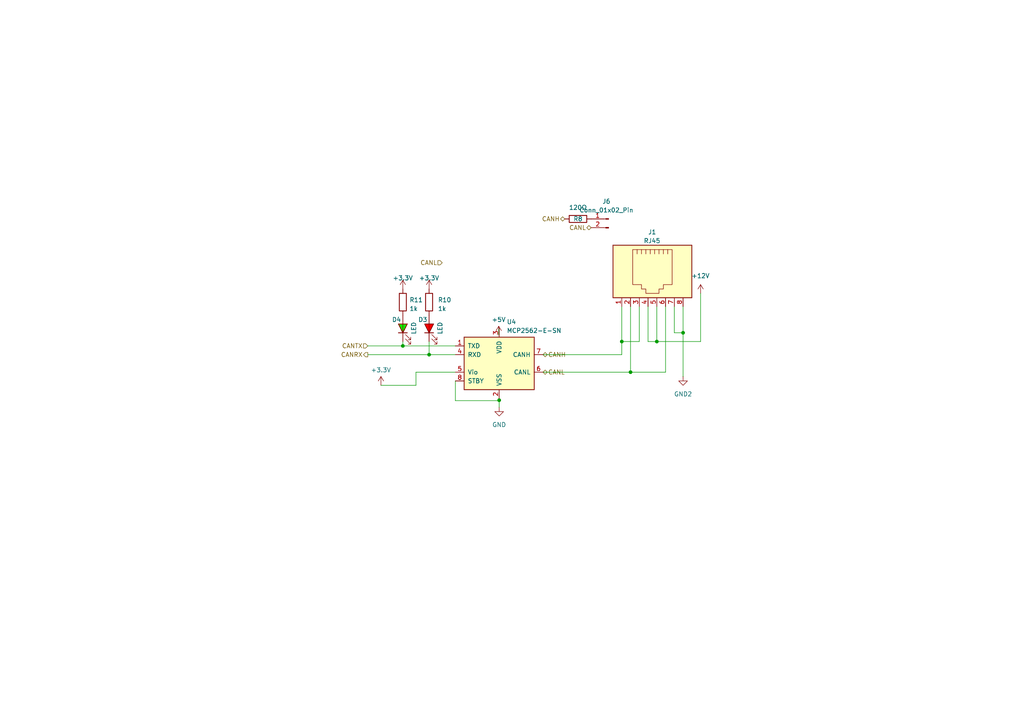
<source format=kicad_sch>
(kicad_sch
	(version 20231120)
	(generator "eeschema")
	(generator_version "8.0")
	(uuid "3c6cd925-6d30-4151-a2cd-ff42e6052a58")
	(paper "A4")
	(lib_symbols
		(symbol "Connector:Conn_01x02_Pin"
			(pin_names
				(offset 1.016) hide)
			(exclude_from_sim no)
			(in_bom yes)
			(on_board yes)
			(property "Reference" "J"
				(at 0 2.54 0)
				(effects
					(font
						(size 1.27 1.27)
					)
				)
			)
			(property "Value" "Conn_01x02_Pin"
				(at 0 -5.08 0)
				(effects
					(font
						(size 1.27 1.27)
					)
				)
			)
			(property "Footprint" ""
				(at 0 0 0)
				(effects
					(font
						(size 1.27 1.27)
					)
					(hide yes)
				)
			)
			(property "Datasheet" "~"
				(at 0 0 0)
				(effects
					(font
						(size 1.27 1.27)
					)
					(hide yes)
				)
			)
			(property "Description" "Generic connector, single row, 01x02, script generated"
				(at 0 0 0)
				(effects
					(font
						(size 1.27 1.27)
					)
					(hide yes)
				)
			)
			(property "ki_locked" ""
				(at 0 0 0)
				(effects
					(font
						(size 1.27 1.27)
					)
				)
			)
			(property "ki_keywords" "connector"
				(at 0 0 0)
				(effects
					(font
						(size 1.27 1.27)
					)
					(hide yes)
				)
			)
			(property "ki_fp_filters" "Connector*:*_1x??_*"
				(at 0 0 0)
				(effects
					(font
						(size 1.27 1.27)
					)
					(hide yes)
				)
			)
			(symbol "Conn_01x02_Pin_1_1"
				(polyline
					(pts
						(xy 1.27 -2.54) (xy 0.8636 -2.54)
					)
					(stroke
						(width 0.1524)
						(type default)
					)
					(fill
						(type none)
					)
				)
				(polyline
					(pts
						(xy 1.27 0) (xy 0.8636 0)
					)
					(stroke
						(width 0.1524)
						(type default)
					)
					(fill
						(type none)
					)
				)
				(rectangle
					(start 0.8636 -2.413)
					(end 0 -2.667)
					(stroke
						(width 0.1524)
						(type default)
					)
					(fill
						(type outline)
					)
				)
				(rectangle
					(start 0.8636 0.127)
					(end 0 -0.127)
					(stroke
						(width 0.1524)
						(type default)
					)
					(fill
						(type outline)
					)
				)
				(pin passive line
					(at 5.08 0 180)
					(length 3.81)
					(name "Pin_1"
						(effects
							(font
								(size 1.27 1.27)
							)
						)
					)
					(number "1"
						(effects
							(font
								(size 1.27 1.27)
							)
						)
					)
				)
				(pin passive line
					(at 5.08 -2.54 180)
					(length 3.81)
					(name "Pin_2"
						(effects
							(font
								(size 1.27 1.27)
							)
						)
					)
					(number "2"
						(effects
							(font
								(size 1.27 1.27)
							)
						)
					)
				)
			)
		)
		(symbol "Connector:RJ45"
			(pin_names
				(offset 1.016)
			)
			(exclude_from_sim no)
			(in_bom yes)
			(on_board yes)
			(property "Reference" "J"
				(at -5.08 13.97 0)
				(effects
					(font
						(size 1.27 1.27)
					)
					(justify right)
				)
			)
			(property "Value" "RJ45"
				(at 2.54 13.97 0)
				(effects
					(font
						(size 1.27 1.27)
					)
					(justify left)
				)
			)
			(property "Footprint" ""
				(at 0 0.635 90)
				(effects
					(font
						(size 1.27 1.27)
					)
					(hide yes)
				)
			)
			(property "Datasheet" "~"
				(at 0 0.635 90)
				(effects
					(font
						(size 1.27 1.27)
					)
					(hide yes)
				)
			)
			(property "Description" "RJ connector, 8P8C (8 positions 8 connected)"
				(at 0 0 0)
				(effects
					(font
						(size 1.27 1.27)
					)
					(hide yes)
				)
			)
			(property "ki_keywords" "8P8C RJ socket connector"
				(at 0 0 0)
				(effects
					(font
						(size 1.27 1.27)
					)
					(hide yes)
				)
			)
			(property "ki_fp_filters" "8P8C* RJ31* RJ32* RJ33* RJ34* RJ35* RJ41* RJ45* RJ49* RJ61*"
				(at 0 0 0)
				(effects
					(font
						(size 1.27 1.27)
					)
					(hide yes)
				)
			)
			(symbol "RJ45_0_1"
				(polyline
					(pts
						(xy -5.08 4.445) (xy -6.35 4.445)
					)
					(stroke
						(width 0)
						(type default)
					)
					(fill
						(type none)
					)
				)
				(polyline
					(pts
						(xy -5.08 5.715) (xy -6.35 5.715)
					)
					(stroke
						(width 0)
						(type default)
					)
					(fill
						(type none)
					)
				)
				(polyline
					(pts
						(xy -6.35 -3.175) (xy -5.08 -3.175) (xy -5.08 -3.175)
					)
					(stroke
						(width 0)
						(type default)
					)
					(fill
						(type none)
					)
				)
				(polyline
					(pts
						(xy -6.35 -1.905) (xy -5.08 -1.905) (xy -5.08 -1.905)
					)
					(stroke
						(width 0)
						(type default)
					)
					(fill
						(type none)
					)
				)
				(polyline
					(pts
						(xy -6.35 -0.635) (xy -5.08 -0.635) (xy -5.08 -0.635)
					)
					(stroke
						(width 0)
						(type default)
					)
					(fill
						(type none)
					)
				)
				(polyline
					(pts
						(xy -6.35 0.635) (xy -5.08 0.635) (xy -5.08 0.635)
					)
					(stroke
						(width 0)
						(type default)
					)
					(fill
						(type none)
					)
				)
				(polyline
					(pts
						(xy -6.35 1.905) (xy -5.08 1.905) (xy -5.08 1.905)
					)
					(stroke
						(width 0)
						(type default)
					)
					(fill
						(type none)
					)
				)
				(polyline
					(pts
						(xy -5.08 3.175) (xy -6.35 3.175) (xy -6.35 3.175)
					)
					(stroke
						(width 0)
						(type default)
					)
					(fill
						(type none)
					)
				)
				(polyline
					(pts
						(xy -6.35 -4.445) (xy -6.35 6.985) (xy 3.81 6.985) (xy 3.81 4.445) (xy 5.08 4.445) (xy 5.08 3.175)
						(xy 6.35 3.175) (xy 6.35 -0.635) (xy 5.08 -0.635) (xy 5.08 -1.905) (xy 3.81 -1.905) (xy 3.81 -4.445)
						(xy -6.35 -4.445) (xy -6.35 -4.445)
					)
					(stroke
						(width 0)
						(type default)
					)
					(fill
						(type none)
					)
				)
				(rectangle
					(start 7.62 12.7)
					(end -7.62 -10.16)
					(stroke
						(width 0.254)
						(type default)
					)
					(fill
						(type background)
					)
				)
			)
			(symbol "RJ45_1_1"
				(pin passive line
					(at 10.16 -7.62 180)
					(length 2.54)
					(name "~"
						(effects
							(font
								(size 1.27 1.27)
							)
						)
					)
					(number "1"
						(effects
							(font
								(size 1.27 1.27)
							)
						)
					)
				)
				(pin passive line
					(at 10.16 -5.08 180)
					(length 2.54)
					(name "~"
						(effects
							(font
								(size 1.27 1.27)
							)
						)
					)
					(number "2"
						(effects
							(font
								(size 1.27 1.27)
							)
						)
					)
				)
				(pin passive line
					(at 10.16 -2.54 180)
					(length 2.54)
					(name "~"
						(effects
							(font
								(size 1.27 1.27)
							)
						)
					)
					(number "3"
						(effects
							(font
								(size 1.27 1.27)
							)
						)
					)
				)
				(pin passive line
					(at 10.16 0 180)
					(length 2.54)
					(name "~"
						(effects
							(font
								(size 1.27 1.27)
							)
						)
					)
					(number "4"
						(effects
							(font
								(size 1.27 1.27)
							)
						)
					)
				)
				(pin passive line
					(at 10.16 2.54 180)
					(length 2.54)
					(name "~"
						(effects
							(font
								(size 1.27 1.27)
							)
						)
					)
					(number "5"
						(effects
							(font
								(size 1.27 1.27)
							)
						)
					)
				)
				(pin passive line
					(at 10.16 5.08 180)
					(length 2.54)
					(name "~"
						(effects
							(font
								(size 1.27 1.27)
							)
						)
					)
					(number "6"
						(effects
							(font
								(size 1.27 1.27)
							)
						)
					)
				)
				(pin passive line
					(at 10.16 7.62 180)
					(length 2.54)
					(name "~"
						(effects
							(font
								(size 1.27 1.27)
							)
						)
					)
					(number "7"
						(effects
							(font
								(size 1.27 1.27)
							)
						)
					)
				)
				(pin passive line
					(at 10.16 10.16 180)
					(length 2.54)
					(name "~"
						(effects
							(font
								(size 1.27 1.27)
							)
						)
					)
					(number "8"
						(effects
							(font
								(size 1.27 1.27)
							)
						)
					)
				)
			)
		)
		(symbol "Device:LED"
			(pin_numbers hide)
			(pin_names
				(offset 1.016) hide)
			(exclude_from_sim no)
			(in_bom yes)
			(on_board yes)
			(property "Reference" "D2"
				(at 3.175 -0.9525 90)
				(effects
					(font
						(size 1.27 1.27)
					)
					(justify right)
				)
			)
			(property "Value" "LED"
				(at 3.175 -3.4925 90)
				(effects
					(font
						(size 1.27 1.27)
					)
					(justify right)
				)
			)
			(property "Footprint" ""
				(at 0 0 0)
				(effects
					(font
						(size 1.27 1.27)
					)
					(hide yes)
				)
			)
			(property "Datasheet" "~"
				(at 0 0 0)
				(effects
					(font
						(size 1.27 1.27)
					)
					(hide yes)
				)
			)
			(property "Description" "Light emitting diode"
				(at 0 0 0)
				(effects
					(font
						(size 1.27 1.27)
					)
					(hide yes)
				)
			)
			(property "ki_keywords" "LED diode"
				(at 0 0 0)
				(effects
					(font
						(size 1.27 1.27)
					)
					(hide yes)
				)
			)
			(property "ki_fp_filters" "LED* LED_SMD:* LED_THT:*"
				(at 0 0 0)
				(effects
					(font
						(size 1.27 1.27)
					)
					(hide yes)
				)
			)
			(symbol "LED_0_1"
				(polyline
					(pts
						(xy -1.27 -1.27) (xy -1.27 1.27)
					)
					(stroke
						(width 0.254)
						(type default)
					)
					(fill
						(type none)
					)
				)
				(polyline
					(pts
						(xy -1.27 0) (xy 1.27 0)
					)
					(stroke
						(width 0)
						(type default)
					)
					(fill
						(type none)
					)
				)
				(polyline
					(pts
						(xy 1.27 -1.27) (xy 1.27 1.27) (xy -1.27 0) (xy 1.27 -1.27)
					)
					(stroke
						(width 0.254)
						(type default)
					)
					(fill
						(type color)
						(color 0 255 0 1)
					)
				)
				(polyline
					(pts
						(xy -3.048 -0.762) (xy -4.572 -2.286) (xy -3.81 -2.286) (xy -4.572 -2.286) (xy -4.572 -1.524)
					)
					(stroke
						(width 0)
						(type default)
					)
					(fill
						(type none)
					)
				)
				(polyline
					(pts
						(xy -1.778 -0.762) (xy -3.302 -2.286) (xy -2.54 -2.286) (xy -3.302 -2.286) (xy -3.302 -1.524)
					)
					(stroke
						(width 0)
						(type default)
					)
					(fill
						(type none)
					)
				)
			)
			(symbol "LED_1_1"
				(pin passive line
					(at -3.81 0 0)
					(length 2.54)
					(name "K"
						(effects
							(font
								(size 1.27 1.27)
							)
						)
					)
					(number "1"
						(effects
							(font
								(size 1.27 1.27)
							)
						)
					)
				)
				(pin passive line
					(at 3.81 0 180)
					(length 2.54)
					(name "A"
						(effects
							(font
								(size 1.27 1.27)
							)
						)
					)
					(number "2"
						(effects
							(font
								(size 1.27 1.27)
							)
						)
					)
				)
			)
		)
		(symbol "Device:R"
			(pin_numbers hide)
			(pin_names
				(offset 0)
			)
			(exclude_from_sim no)
			(in_bom yes)
			(on_board yes)
			(property "Reference" "R"
				(at 2.032 0 90)
				(effects
					(font
						(size 1.27 1.27)
					)
				)
			)
			(property "Value" "R"
				(at 0 0 90)
				(effects
					(font
						(size 1.27 1.27)
					)
				)
			)
			(property "Footprint" ""
				(at -1.778 0 90)
				(effects
					(font
						(size 1.27 1.27)
					)
					(hide yes)
				)
			)
			(property "Datasheet" "~"
				(at 0 0 0)
				(effects
					(font
						(size 1.27 1.27)
					)
					(hide yes)
				)
			)
			(property "Description" "Resistor"
				(at 0 0 0)
				(effects
					(font
						(size 1.27 1.27)
					)
					(hide yes)
				)
			)
			(property "ki_keywords" "R res resistor"
				(at 0 0 0)
				(effects
					(font
						(size 1.27 1.27)
					)
					(hide yes)
				)
			)
			(property "ki_fp_filters" "R_*"
				(at 0 0 0)
				(effects
					(font
						(size 1.27 1.27)
					)
					(hide yes)
				)
			)
			(symbol "R_0_1"
				(rectangle
					(start -1.016 -2.54)
					(end 1.016 2.54)
					(stroke
						(width 0.254)
						(type default)
					)
					(fill
						(type none)
					)
				)
			)
			(symbol "R_1_1"
				(pin passive line
					(at 0 3.81 270)
					(length 1.27)
					(name "~"
						(effects
							(font
								(size 1.27 1.27)
							)
						)
					)
					(number "1"
						(effects
							(font
								(size 1.27 1.27)
							)
						)
					)
				)
				(pin passive line
					(at 0 -3.81 90)
					(length 1.27)
					(name "~"
						(effects
							(font
								(size 1.27 1.27)
							)
						)
					)
					(number "2"
						(effects
							(font
								(size 1.27 1.27)
							)
						)
					)
				)
			)
		)
		(symbol "Interface_CAN_LIN:MCP2562-E-SN"
			(pin_names
				(offset 1.016)
			)
			(exclude_from_sim no)
			(in_bom yes)
			(on_board yes)
			(property "Reference" "U"
				(at -10.16 8.89 0)
				(effects
					(font
						(size 1.27 1.27)
					)
					(justify left)
				)
			)
			(property "Value" "MCP2562-E-SN"
				(at 2.54 8.89 0)
				(effects
					(font
						(size 1.27 1.27)
					)
					(justify left)
				)
			)
			(property "Footprint" "Package_SO:SOIC-8_3.9x4.9mm_P1.27mm"
				(at 0 -12.7 0)
				(effects
					(font
						(size 1.27 1.27)
						(italic yes)
					)
					(hide yes)
				)
			)
			(property "Datasheet" "http://ww1.microchip.com/downloads/en/DeviceDoc/25167A.pdf"
				(at 0 0 0)
				(effects
					(font
						(size 1.27 1.27)
					)
					(hide yes)
				)
			)
			(property "Description" "High-Speed CAN Transceiver, 1Mbps, 5V supply, Vio pin, -40C to +125C, SOIC-8"
				(at 0 0 0)
				(effects
					(font
						(size 1.27 1.27)
					)
					(hide yes)
				)
			)
			(property "ki_keywords" "High-Speed CAN Transceiver"
				(at 0 0 0)
				(effects
					(font
						(size 1.27 1.27)
					)
					(hide yes)
				)
			)
			(property "ki_fp_filters" "SOIC*3.9x4.9mm*P1.27mm*"
				(at 0 0 0)
				(effects
					(font
						(size 1.27 1.27)
					)
					(hide yes)
				)
			)
			(symbol "MCP2562-E-SN_0_1"
				(rectangle
					(start -10.16 7.62)
					(end 10.16 -7.62)
					(stroke
						(width 0.254)
						(type default)
					)
					(fill
						(type background)
					)
				)
			)
			(symbol "MCP2562-E-SN_1_1"
				(pin input line
					(at -12.7 5.08 0)
					(length 2.54)
					(name "TXD"
						(effects
							(font
								(size 1.27 1.27)
							)
						)
					)
					(number "1"
						(effects
							(font
								(size 1.27 1.27)
							)
						)
					)
				)
				(pin power_in line
					(at 0 -10.16 90)
					(length 2.54)
					(name "VSS"
						(effects
							(font
								(size 1.27 1.27)
							)
						)
					)
					(number "2"
						(effects
							(font
								(size 1.27 1.27)
							)
						)
					)
				)
				(pin power_in line
					(at 0 10.16 270)
					(length 2.54)
					(name "VDD"
						(effects
							(font
								(size 1.27 1.27)
							)
						)
					)
					(number "3"
						(effects
							(font
								(size 1.27 1.27)
							)
						)
					)
				)
				(pin output line
					(at -12.7 2.54 0)
					(length 2.54)
					(name "RXD"
						(effects
							(font
								(size 1.27 1.27)
							)
						)
					)
					(number "4"
						(effects
							(font
								(size 1.27 1.27)
							)
						)
					)
				)
				(pin power_in line
					(at -12.7 -2.54 0)
					(length 2.54)
					(name "Vio"
						(effects
							(font
								(size 1.27 1.27)
							)
						)
					)
					(number "5"
						(effects
							(font
								(size 1.27 1.27)
							)
						)
					)
				)
				(pin bidirectional line
					(at 12.7 -2.54 180)
					(length 2.54)
					(name "CANL"
						(effects
							(font
								(size 1.27 1.27)
							)
						)
					)
					(number "6"
						(effects
							(font
								(size 1.27 1.27)
							)
						)
					)
				)
				(pin bidirectional line
					(at 12.7 2.54 180)
					(length 2.54)
					(name "CANH"
						(effects
							(font
								(size 1.27 1.27)
							)
						)
					)
					(number "7"
						(effects
							(font
								(size 1.27 1.27)
							)
						)
					)
				)
				(pin input line
					(at -12.7 -5.08 0)
					(length 2.54)
					(name "STBY"
						(effects
							(font
								(size 1.27 1.27)
							)
						)
					)
					(number "8"
						(effects
							(font
								(size 1.27 1.27)
							)
						)
					)
				)
			)
		)
		(symbol "LED_1"
			(pin_numbers hide)
			(pin_names
				(offset 1.016) hide)
			(exclude_from_sim no)
			(in_bom yes)
			(on_board yes)
			(property "Reference" "D1"
				(at 3.175 -0.9525 90)
				(effects
					(font
						(size 1.27 1.27)
					)
					(justify right)
				)
			)
			(property "Value" "LED"
				(at 3.175 -3.4925 90)
				(effects
					(font
						(size 1.27 1.27)
					)
					(justify right)
				)
			)
			(property "Footprint" ""
				(at 0 0 0)
				(effects
					(font
						(size 1.27 1.27)
					)
					(hide yes)
				)
			)
			(property "Datasheet" "~"
				(at 0 0 0)
				(effects
					(font
						(size 1.27 1.27)
					)
					(hide yes)
				)
			)
			(property "Description" "Light emitting diode"
				(at 0 0 0)
				(effects
					(font
						(size 1.27 1.27)
					)
					(hide yes)
				)
			)
			(property "ki_keywords" "LED diode"
				(at 0 0 0)
				(effects
					(font
						(size 1.27 1.27)
					)
					(hide yes)
				)
			)
			(property "ki_fp_filters" "LED* LED_SMD:* LED_THT:*"
				(at 0 0 0)
				(effects
					(font
						(size 1.27 1.27)
					)
					(hide yes)
				)
			)
			(symbol "LED_1_0_1"
				(polyline
					(pts
						(xy -1.27 -1.27) (xy -1.27 1.27)
					)
					(stroke
						(width 0.254)
						(type default)
					)
					(fill
						(type none)
					)
				)
				(polyline
					(pts
						(xy -1.27 0) (xy 1.27 0)
					)
					(stroke
						(width 0)
						(type default)
					)
					(fill
						(type none)
					)
				)
				(polyline
					(pts
						(xy 1.27 -1.27) (xy 1.27 1.27) (xy -1.27 0) (xy 1.27 -1.27)
					)
					(stroke
						(width 0.254)
						(type default)
					)
					(fill
						(type color)
						(color 255 0 0 1)
					)
				)
				(polyline
					(pts
						(xy -3.048 -0.762) (xy -4.572 -2.286) (xy -3.81 -2.286) (xy -4.572 -2.286) (xy -4.572 -1.524)
					)
					(stroke
						(width 0)
						(type default)
					)
					(fill
						(type none)
					)
				)
				(polyline
					(pts
						(xy -1.778 -0.762) (xy -3.302 -2.286) (xy -2.54 -2.286) (xy -3.302 -2.286) (xy -3.302 -1.524)
					)
					(stroke
						(width 0)
						(type default)
					)
					(fill
						(type none)
					)
				)
			)
			(symbol "LED_1_1_1"
				(pin passive line
					(at -3.81 0 0)
					(length 2.54)
					(name "K"
						(effects
							(font
								(size 1.27 1.27)
							)
						)
					)
					(number "1"
						(effects
							(font
								(size 1.27 1.27)
							)
						)
					)
				)
				(pin passive line
					(at 3.81 0 180)
					(length 2.54)
					(name "A"
						(effects
							(font
								(size 1.27 1.27)
							)
						)
					)
					(number "2"
						(effects
							(font
								(size 1.27 1.27)
							)
						)
					)
				)
			)
		)
		(symbol "power:+12V"
			(power)
			(pin_names
				(offset 0)
			)
			(exclude_from_sim no)
			(in_bom yes)
			(on_board yes)
			(property "Reference" "#PWR"
				(at 0 -3.81 0)
				(effects
					(font
						(size 1.27 1.27)
					)
					(hide yes)
				)
			)
			(property "Value" "+12V"
				(at 0 3.556 0)
				(effects
					(font
						(size 1.27 1.27)
					)
				)
			)
			(property "Footprint" ""
				(at 0 0 0)
				(effects
					(font
						(size 1.27 1.27)
					)
					(hide yes)
				)
			)
			(property "Datasheet" ""
				(at 0 0 0)
				(effects
					(font
						(size 1.27 1.27)
					)
					(hide yes)
				)
			)
			(property "Description" "Power symbol creates a global label with name \"+12V\""
				(at 0 0 0)
				(effects
					(font
						(size 1.27 1.27)
					)
					(hide yes)
				)
			)
			(property "ki_keywords" "global power"
				(at 0 0 0)
				(effects
					(font
						(size 1.27 1.27)
					)
					(hide yes)
				)
			)
			(symbol "+12V_0_1"
				(polyline
					(pts
						(xy -0.762 1.27) (xy 0 2.54)
					)
					(stroke
						(width 0)
						(type default)
					)
					(fill
						(type none)
					)
				)
				(polyline
					(pts
						(xy 0 0) (xy 0 2.54)
					)
					(stroke
						(width 0)
						(type default)
					)
					(fill
						(type none)
					)
				)
				(polyline
					(pts
						(xy 0 2.54) (xy 0.762 1.27)
					)
					(stroke
						(width 0)
						(type default)
					)
					(fill
						(type none)
					)
				)
			)
			(symbol "+12V_1_1"
				(pin power_in line
					(at 0 0 90)
					(length 0) hide
					(name "+12V"
						(effects
							(font
								(size 1.27 1.27)
							)
						)
					)
					(number "1"
						(effects
							(font
								(size 1.27 1.27)
							)
						)
					)
				)
			)
		)
		(symbol "power:+3.3V"
			(power)
			(pin_names
				(offset 0)
			)
			(exclude_from_sim no)
			(in_bom yes)
			(on_board yes)
			(property "Reference" "#PWR"
				(at 0 -3.81 0)
				(effects
					(font
						(size 1.27 1.27)
					)
					(hide yes)
				)
			)
			(property "Value" "+3.3V"
				(at 0 3.556 0)
				(effects
					(font
						(size 1.27 1.27)
					)
				)
			)
			(property "Footprint" ""
				(at 0 0 0)
				(effects
					(font
						(size 1.27 1.27)
					)
					(hide yes)
				)
			)
			(property "Datasheet" ""
				(at 0 0 0)
				(effects
					(font
						(size 1.27 1.27)
					)
					(hide yes)
				)
			)
			(property "Description" "Power symbol creates a global label with name \"+3.3V\""
				(at 0 0 0)
				(effects
					(font
						(size 1.27 1.27)
					)
					(hide yes)
				)
			)
			(property "ki_keywords" "global power"
				(at 0 0 0)
				(effects
					(font
						(size 1.27 1.27)
					)
					(hide yes)
				)
			)
			(symbol "+3.3V_0_1"
				(polyline
					(pts
						(xy -0.762 1.27) (xy 0 2.54)
					)
					(stroke
						(width 0)
						(type default)
					)
					(fill
						(type none)
					)
				)
				(polyline
					(pts
						(xy 0 0) (xy 0 2.54)
					)
					(stroke
						(width 0)
						(type default)
					)
					(fill
						(type none)
					)
				)
				(polyline
					(pts
						(xy 0 2.54) (xy 0.762 1.27)
					)
					(stroke
						(width 0)
						(type default)
					)
					(fill
						(type none)
					)
				)
			)
			(symbol "+3.3V_1_1"
				(pin power_in line
					(at 0 0 90)
					(length 0) hide
					(name "+3.3V"
						(effects
							(font
								(size 1.27 1.27)
							)
						)
					)
					(number "1"
						(effects
							(font
								(size 1.27 1.27)
							)
						)
					)
				)
			)
		)
		(symbol "power:+5V"
			(power)
			(pin_names
				(offset 0)
			)
			(exclude_from_sim no)
			(in_bom yes)
			(on_board yes)
			(property "Reference" "#PWR"
				(at 0 -3.81 0)
				(effects
					(font
						(size 1.27 1.27)
					)
					(hide yes)
				)
			)
			(property "Value" "+5V"
				(at 0 3.556 0)
				(effects
					(font
						(size 1.27 1.27)
					)
				)
			)
			(property "Footprint" ""
				(at 0 0 0)
				(effects
					(font
						(size 1.27 1.27)
					)
					(hide yes)
				)
			)
			(property "Datasheet" ""
				(at 0 0 0)
				(effects
					(font
						(size 1.27 1.27)
					)
					(hide yes)
				)
			)
			(property "Description" "Power symbol creates a global label with name \"+5V\""
				(at 0 0 0)
				(effects
					(font
						(size 1.27 1.27)
					)
					(hide yes)
				)
			)
			(property "ki_keywords" "global power"
				(at 0 0 0)
				(effects
					(font
						(size 1.27 1.27)
					)
					(hide yes)
				)
			)
			(symbol "+5V_0_1"
				(polyline
					(pts
						(xy -0.762 1.27) (xy 0 2.54)
					)
					(stroke
						(width 0)
						(type default)
					)
					(fill
						(type none)
					)
				)
				(polyline
					(pts
						(xy 0 0) (xy 0 2.54)
					)
					(stroke
						(width 0)
						(type default)
					)
					(fill
						(type none)
					)
				)
				(polyline
					(pts
						(xy 0 2.54) (xy 0.762 1.27)
					)
					(stroke
						(width 0)
						(type default)
					)
					(fill
						(type none)
					)
				)
			)
			(symbol "+5V_1_1"
				(pin power_in line
					(at 0 0 90)
					(length 0) hide
					(name "+5V"
						(effects
							(font
								(size 1.27 1.27)
							)
						)
					)
					(number "1"
						(effects
							(font
								(size 1.27 1.27)
							)
						)
					)
				)
			)
		)
		(symbol "power:GND"
			(power)
			(pin_numbers hide)
			(pin_names
				(offset 0) hide)
			(exclude_from_sim no)
			(in_bom yes)
			(on_board yes)
			(property "Reference" "#PWR"
				(at 0 -6.35 0)
				(effects
					(font
						(size 1.27 1.27)
					)
					(hide yes)
				)
			)
			(property "Value" "GND"
				(at 0 -3.81 0)
				(effects
					(font
						(size 1.27 1.27)
					)
				)
			)
			(property "Footprint" ""
				(at 0 0 0)
				(effects
					(font
						(size 1.27 1.27)
					)
					(hide yes)
				)
			)
			(property "Datasheet" ""
				(at 0 0 0)
				(effects
					(font
						(size 1.27 1.27)
					)
					(hide yes)
				)
			)
			(property "Description" "Power symbol creates a global label with name \"GND\" , ground"
				(at 0 0 0)
				(effects
					(font
						(size 1.27 1.27)
					)
					(hide yes)
				)
			)
			(property "ki_keywords" "global power"
				(at 0 0 0)
				(effects
					(font
						(size 1.27 1.27)
					)
					(hide yes)
				)
			)
			(symbol "GND_0_1"
				(polyline
					(pts
						(xy 0 0) (xy 0 -1.27) (xy 1.27 -1.27) (xy 0 -2.54) (xy -1.27 -1.27) (xy 0 -1.27)
					)
					(stroke
						(width 0)
						(type default)
					)
					(fill
						(type none)
					)
				)
			)
			(symbol "GND_1_1"
				(pin power_in line
					(at 0 0 270)
					(length 0)
					(name "~"
						(effects
							(font
								(size 1.27 1.27)
							)
						)
					)
					(number "1"
						(effects
							(font
								(size 1.27 1.27)
							)
						)
					)
				)
			)
		)
		(symbol "power:GND2"
			(power)
			(pin_numbers hide)
			(pin_names
				(offset 0) hide)
			(exclude_from_sim no)
			(in_bom yes)
			(on_board yes)
			(property "Reference" "#PWR"
				(at 0 -6.35 0)
				(effects
					(font
						(size 1.27 1.27)
					)
					(hide yes)
				)
			)
			(property "Value" "GND2"
				(at 0 -3.81 0)
				(effects
					(font
						(size 1.27 1.27)
					)
				)
			)
			(property "Footprint" ""
				(at 0 0 0)
				(effects
					(font
						(size 1.27 1.27)
					)
					(hide yes)
				)
			)
			(property "Datasheet" ""
				(at 0 0 0)
				(effects
					(font
						(size 1.27 1.27)
					)
					(hide yes)
				)
			)
			(property "Description" "Power symbol creates a global label with name \"GND2\" , ground"
				(at 0 0 0)
				(effects
					(font
						(size 1.27 1.27)
					)
					(hide yes)
				)
			)
			(property "ki_keywords" "global power"
				(at 0 0 0)
				(effects
					(font
						(size 1.27 1.27)
					)
					(hide yes)
				)
			)
			(symbol "GND2_0_1"
				(polyline
					(pts
						(xy 0 0) (xy 0 -1.27) (xy 1.27 -1.27) (xy 0 -2.54) (xy -1.27 -1.27) (xy 0 -1.27)
					)
					(stroke
						(width 0)
						(type default)
					)
					(fill
						(type none)
					)
				)
			)
			(symbol "GND2_1_1"
				(pin power_in line
					(at 0 0 270)
					(length 0)
					(name "~"
						(effects
							(font
								(size 1.27 1.27)
							)
						)
					)
					(number "1"
						(effects
							(font
								(size 1.27 1.27)
							)
						)
					)
				)
			)
		)
	)
	(junction
		(at 180.34 99.06)
		(diameter 0)
		(color 0 0 0 0)
		(uuid "21361270-6cf6-4667-aa60-2576ac6c7400")
	)
	(junction
		(at 116.84 100.33)
		(diameter 0)
		(color 0 0 0 0)
		(uuid "26d7a6e9-caa5-41e8-a0e7-85858703c8ad")
	)
	(junction
		(at 198.12 96.52)
		(diameter 0)
		(color 0 0 0 0)
		(uuid "3540a997-2bf8-4875-b242-cf9aa446b25c")
	)
	(junction
		(at 182.88 107.95)
		(diameter 0)
		(color 0 0 0 0)
		(uuid "af06f65a-6896-4aeb-b367-f8b3ecf0f66c")
	)
	(junction
		(at 190.5 99.06)
		(diameter 0)
		(color 0 0 0 0)
		(uuid "bfed10fa-8859-4ef3-95a0-2b08f85d4d74")
	)
	(junction
		(at 124.46 102.87)
		(diameter 0)
		(color 0 0 0 0)
		(uuid "ed8d7a8b-3f86-4453-ae91-ebdaead839ab")
	)
	(junction
		(at 144.78 116.078)
		(diameter 0)
		(color 0 0 0 0)
		(uuid "f671fe6a-8d79-440e-a73b-c1702e502b13")
	)
	(wire
		(pts
			(xy 116.84 99.06) (xy 116.84 100.33)
		)
		(stroke
			(width 0)
			(type default)
		)
		(uuid "0e0885ec-782e-4ec4-a34a-aab44c1bb7fb")
	)
	(wire
		(pts
			(xy 124.46 102.87) (xy 132.08 102.87)
		)
		(stroke
			(width 0)
			(type default)
		)
		(uuid "111c87fe-30ea-43b9-a803-79fbc374d9e8")
	)
	(wire
		(pts
			(xy 203.2 99.06) (xy 203.2 85.09)
		)
		(stroke
			(width 0)
			(type default)
		)
		(uuid "138ac9c6-5030-41b3-aee7-42525c1eaa29")
	)
	(wire
		(pts
			(xy 144.78 118.11) (xy 144.78 116.078)
		)
		(stroke
			(width 0)
			(type default)
		)
		(uuid "1ddf345f-01aa-4448-ac83-797da55bd0a8")
	)
	(wire
		(pts
			(xy 132.08 110.49) (xy 132.08 116.205)
		)
		(stroke
			(width 0)
			(type default)
		)
		(uuid "2b1e9227-67e2-4786-9f71-e9f602a8f601")
	)
	(wire
		(pts
			(xy 198.12 88.9) (xy 198.12 96.52)
		)
		(stroke
			(width 0)
			(type default)
		)
		(uuid "2bb8908a-59c8-4e0d-80cc-a7c21052afa5")
	)
	(wire
		(pts
			(xy 180.34 102.87) (xy 180.34 99.06)
		)
		(stroke
			(width 0)
			(type default)
		)
		(uuid "3115dd79-907c-49db-b7aa-7c8732054800")
	)
	(wire
		(pts
			(xy 144.653 95.504) (xy 144.653 97.155)
		)
		(stroke
			(width 0)
			(type default)
		)
		(uuid "380c7207-0e15-458b-86a3-73a47a463cc1")
	)
	(wire
		(pts
			(xy 144.78 95.504) (xy 144.653 95.504)
		)
		(stroke
			(width 0)
			(type default)
		)
		(uuid "424d6198-654c-4711-b92b-a08c100082f1")
	)
	(wire
		(pts
			(xy 180.34 99.06) (xy 185.42 99.06)
		)
		(stroke
			(width 0)
			(type default)
		)
		(uuid "43bf296d-b793-428c-aefe-72950f62a5f2")
	)
	(wire
		(pts
			(xy 144.653 116.078) (xy 144.653 116.205)
		)
		(stroke
			(width 0)
			(type default)
		)
		(uuid "453061f5-3666-49cc-aa39-da954888c434")
	)
	(wire
		(pts
			(xy 106.68 102.87) (xy 124.46 102.87)
		)
		(stroke
			(width 0)
			(type default)
		)
		(uuid "50f8685a-151e-4cde-bfe0-a8f155e106a2")
	)
	(wire
		(pts
			(xy 187.96 88.9) (xy 187.96 99.06)
		)
		(stroke
			(width 0)
			(type default)
		)
		(uuid "67675513-c701-44ad-984f-8304d310e29f")
	)
	(wire
		(pts
			(xy 180.34 88.9) (xy 180.34 99.06)
		)
		(stroke
			(width 0)
			(type default)
		)
		(uuid "6bcbcd91-0fc0-4f65-97af-2c5247eea0cf")
	)
	(wire
		(pts
			(xy 190.5 99.06) (xy 203.2 99.06)
		)
		(stroke
			(width 0)
			(type default)
		)
		(uuid "6f307f05-6401-4e2b-8c16-5fc00fcebe6f")
	)
	(wire
		(pts
			(xy 124.46 99.06) (xy 124.46 102.87)
		)
		(stroke
			(width 0)
			(type default)
		)
		(uuid "738236d6-f981-4288-b5bf-cc393a24b707")
	)
	(wire
		(pts
			(xy 190.5 88.9) (xy 190.5 99.06)
		)
		(stroke
			(width 0)
			(type default)
		)
		(uuid "77a4f090-f4fc-4c78-86b6-43ca599997e7")
	)
	(wire
		(pts
			(xy 120.65 107.95) (xy 132.08 107.95)
		)
		(stroke
			(width 0)
			(type default)
		)
		(uuid "7a23b515-d30a-4ee0-bef6-5082809ca953")
	)
	(wire
		(pts
			(xy 144.78 116.078) (xy 144.653 116.078)
		)
		(stroke
			(width 0)
			(type default)
		)
		(uuid "7e805cda-b968-41a6-919e-f09f17120a14")
	)
	(wire
		(pts
			(xy 116.84 100.33) (xy 132.08 100.33)
		)
		(stroke
			(width 0)
			(type default)
		)
		(uuid "860efa62-7656-44c8-826c-ee9c453ffab2")
	)
	(wire
		(pts
			(xy 187.96 99.06) (xy 190.5 99.06)
		)
		(stroke
			(width 0)
			(type default)
		)
		(uuid "8ca19d01-62bb-4257-adb4-1cb58d9b09cc")
	)
	(wire
		(pts
			(xy 195.58 88.9) (xy 195.58 96.52)
		)
		(stroke
			(width 0)
			(type default)
		)
		(uuid "8f75926d-b7d2-4579-a226-b2ad9d40c02a")
	)
	(wire
		(pts
			(xy 198.12 109.22) (xy 198.12 96.52)
		)
		(stroke
			(width 0)
			(type default)
		)
		(uuid "91641882-40b9-41a7-87b0-9eb8e33ef94e")
	)
	(wire
		(pts
			(xy 193.04 88.9) (xy 193.04 107.95)
		)
		(stroke
			(width 0)
			(type default)
		)
		(uuid "95a54c55-72b2-4859-b7b4-28dcbdb3b716")
	)
	(wire
		(pts
			(xy 182.88 88.9) (xy 182.88 107.95)
		)
		(stroke
			(width 0)
			(type default)
		)
		(uuid "998f290c-6118-4a83-b2c6-efd8df3e42ed")
	)
	(wire
		(pts
			(xy 106.68 100.33) (xy 116.84 100.33)
		)
		(stroke
			(width 0)
			(type default)
		)
		(uuid "9b935eb5-3059-49ac-b82c-14d018b9754f")
	)
	(wire
		(pts
			(xy 195.58 96.52) (xy 198.12 96.52)
		)
		(stroke
			(width 0)
			(type default)
		)
		(uuid "9d9753d6-1613-4e0b-8298-bad02630c172")
	)
	(wire
		(pts
			(xy 110.49 111.76) (xy 120.65 111.76)
		)
		(stroke
			(width 0)
			(type default)
		)
		(uuid "a4ec1fb4-7700-44a9-b2e2-23550fdd607b")
	)
	(wire
		(pts
			(xy 120.65 111.76) (xy 120.65 107.95)
		)
		(stroke
			(width 0)
			(type default)
		)
		(uuid "a6f478b7-dbb4-4a06-b01b-95af9d733593")
	)
	(wire
		(pts
			(xy 144.78 115.57) (xy 144.78 116.078)
		)
		(stroke
			(width 0)
			(type default)
		)
		(uuid "aa2a27a1-12e0-48ae-bfe4-35ff0c58442e")
	)
	(wire
		(pts
			(xy 157.48 102.87) (xy 180.34 102.87)
		)
		(stroke
			(width 0)
			(type default)
		)
		(uuid "ae9d64d8-55cf-4d92-bd04-8e8856a64c56")
	)
	(wire
		(pts
			(xy 182.88 107.95) (xy 193.04 107.95)
		)
		(stroke
			(width 0)
			(type default)
		)
		(uuid "b7247d79-83ff-46eb-81e2-8d7b387a8767")
	)
	(wire
		(pts
			(xy 185.42 88.9) (xy 185.42 99.06)
		)
		(stroke
			(width 0)
			(type default)
		)
		(uuid "c0f82b1c-1bbb-4e9c-aada-19a106b7cd74")
	)
	(wire
		(pts
			(xy 144.653 116.205) (xy 132.08 116.205)
		)
		(stroke
			(width 0)
			(type default)
		)
		(uuid "d42e25a9-95f4-4da0-ab03-441d65ecf834")
	)
	(wire
		(pts
			(xy 157.48 107.95) (xy 182.88 107.95)
		)
		(stroke
			(width 0)
			(type default)
		)
		(uuid "e1582774-9470-4f18-b69d-b0c425b0dd3f")
	)
	(wire
		(pts
			(xy 144.78 95.25) (xy 144.78 95.504)
		)
		(stroke
			(width 0)
			(type default)
		)
		(uuid "f36cd0a5-9d6d-4df1-a25f-2fd1a2c66ea5")
	)
	(hierarchical_label "CANL"
		(shape input)
		(at 128.27 76.2 180)
		(fields_autoplaced yes)
		(effects
			(font
				(size 1.27 1.27)
			)
			(justify right)
		)
		(uuid "08f68d0d-0209-406c-a406-c7576811544e")
	)
	(hierarchical_label "CANTX"
		(shape input)
		(at 106.68 100.33 180)
		(fields_autoplaced yes)
		(effects
			(font
				(size 1.27 1.27)
			)
			(justify right)
		)
		(uuid "336c0cce-a5d9-4472-aa02-fe7dc137c269")
	)
	(hierarchical_label "CANL"
		(shape bidirectional)
		(at 157.48 107.95 0)
		(fields_autoplaced yes)
		(effects
			(font
				(size 1.27 1.27)
			)
			(justify left)
		)
		(uuid "447d3e71-24c2-4918-b4e3-0c44059e39f9")
	)
	(hierarchical_label "CANRX"
		(shape output)
		(at 106.68 102.87 180)
		(fields_autoplaced yes)
		(effects
			(font
				(size 1.27 1.27)
			)
			(justify right)
		)
		(uuid "9597d815-0979-4ec1-8a0d-41a1743d9312")
	)
	(hierarchical_label "CANL"
		(shape bidirectional)
		(at 171.45 66.04 180)
		(fields_autoplaced yes)
		(effects
			(font
				(size 1.27 1.27)
			)
			(justify right)
		)
		(uuid "a24f35c6-e594-41e6-9588-c04e3937134c")
	)
	(hierarchical_label "CANH"
		(shape bidirectional)
		(at 157.48 102.87 0)
		(fields_autoplaced yes)
		(effects
			(font
				(size 1.27 1.27)
			)
			(justify left)
		)
		(uuid "e1e0743e-800e-4c16-aaa0-7a4d23822c23")
	)
	(hierarchical_label "CANH"
		(shape bidirectional)
		(at 163.83 63.5 180)
		(fields_autoplaced yes)
		(effects
			(font
				(size 1.27 1.27)
			)
			(justify right)
		)
		(uuid "e4495a04-8e1d-4e15-b05a-4747004977f0")
	)
	(symbol
		(lib_id "Device:R")
		(at 124.46 87.63 0)
		(unit 1)
		(exclude_from_sim no)
		(in_bom yes)
		(on_board yes)
		(dnp no)
		(fields_autoplaced yes)
		(uuid "0d9eafd4-e92f-4f6e-ba02-ba299b6df7aa")
		(property "Reference" "R10"
			(at 127 86.995 0)
			(effects
				(font
					(size 1.27 1.27)
				)
				(justify left)
			)
		)
		(property "Value" "1k"
			(at 127 89.535 0)
			(effects
				(font
					(size 1.27 1.27)
				)
				(justify left)
			)
		)
		(property "Footprint" "Resistor_SMD:R_0603_1608Metric_Pad0.98x0.95mm_HandSolder"
			(at 122.682 87.63 90)
			(effects
				(font
					(size 1.27 1.27)
				)
				(hide yes)
			)
		)
		(property "Datasheet" "~"
			(at 124.46 87.63 0)
			(effects
				(font
					(size 1.27 1.27)
				)
				(hide yes)
			)
		)
		(property "Description" ""
			(at 124.46 87.63 0)
			(effects
				(font
					(size 1.27 1.27)
				)
				(hide yes)
			)
		)
		(pin "1"
			(uuid "2a3ed8da-f906-4d58-a762-2ca14f1dfc00")
		)
		(pin "2"
			(uuid "3d80e15a-5012-4ab3-8724-7e67cb7c48c3")
		)
		(instances
			(project "meisi"
				(path "/ed2fbc17-12c1-400f-8e92-dc38ac89ab04/5b4c9222-964e-40b8-9b5f-4f9c11d36d95"
					(reference "R10")
					(unit 1)
				)
				(path "/ed2fbc17-12c1-400f-8e92-dc38ac89ab04/a6ad429e-942f-41e7-bec1-e4c5f0e345ce"
					(reference "R6")
					(unit 1)
				)
			)
		)
	)
	(symbol
		(lib_id "Interface_CAN_LIN:MCP2562-E-SN")
		(at 144.78 105.41 0)
		(unit 1)
		(exclude_from_sim no)
		(in_bom yes)
		(on_board yes)
		(dnp no)
		(fields_autoplaced yes)
		(uuid "0e381322-643f-4ae6-b894-749e134220d7")
		(property "Reference" "U4"
			(at 146.9741 93.345 0)
			(effects
				(font
					(size 1.27 1.27)
				)
				(justify left)
			)
		)
		(property "Value" "MCP2562-E-SN"
			(at 146.9741 95.885 0)
			(effects
				(font
					(size 1.27 1.27)
				)
				(justify left)
			)
		)
		(property "Footprint" "Package_SO:SOIC-8_3.9x4.9mm_P1.27mm"
			(at 144.78 118.11 0)
			(effects
				(font
					(size 1.27 1.27)
					(italic yes)
				)
				(hide yes)
			)
		)
		(property "Datasheet" "http://ww1.microchip.com/downloads/en/DeviceDoc/25167A.pdf"
			(at 144.78 105.41 0)
			(effects
				(font
					(size 1.27 1.27)
				)
				(hide yes)
			)
		)
		(property "Description" ""
			(at 144.78 105.41 0)
			(effects
				(font
					(size 1.27 1.27)
				)
				(hide yes)
			)
		)
		(pin "1"
			(uuid "4e7599af-6e11-47f1-b4b7-afd1ef72645f")
		)
		(pin "2"
			(uuid "d90cbb30-58d7-42cf-ac28-9d2f1c5f4839")
		)
		(pin "3"
			(uuid "20e7b802-4111-4917-88be-2aca0bdb98d8")
		)
		(pin "4"
			(uuid "5e828c05-04d4-42ba-8c17-dbaa03d7c1ac")
		)
		(pin "5"
			(uuid "3ed86f44-9404-4fca-aee5-2911d138b881")
		)
		(pin "6"
			(uuid "374e7136-4fbc-43f4-9d98-bcac8e18eb93")
		)
		(pin "7"
			(uuid "15c644e5-c4d9-4b9e-96e6-e8aa514cac80")
		)
		(pin "8"
			(uuid "54dce0ef-8674-405e-b4b2-ead0e01de9dc")
		)
		(instances
			(project "meisi"
				(path "/ed2fbc17-12c1-400f-8e92-dc38ac89ab04/5b4c9222-964e-40b8-9b5f-4f9c11d36d95"
					(reference "U4")
					(unit 1)
				)
				(path "/ed2fbc17-12c1-400f-8e92-dc38ac89ab04/a6ad429e-942f-41e7-bec1-e4c5f0e345ce"
					(reference "U2")
					(unit 1)
				)
			)
		)
	)
	(symbol
		(lib_id "Device:R")
		(at 116.84 87.63 0)
		(unit 1)
		(exclude_from_sim no)
		(in_bom yes)
		(on_board yes)
		(dnp no)
		(fields_autoplaced yes)
		(uuid "5534533d-a1b8-4d34-928d-927bb71eacfa")
		(property "Reference" "R11"
			(at 118.745 86.995 0)
			(effects
				(font
					(size 1.27 1.27)
				)
				(justify left)
			)
		)
		(property "Value" "1k"
			(at 118.745 89.535 0)
			(effects
				(font
					(size 1.27 1.27)
				)
				(justify left)
			)
		)
		(property "Footprint" "Resistor_SMD:R_0603_1608Metric_Pad0.98x0.95mm_HandSolder"
			(at 115.062 87.63 90)
			(effects
				(font
					(size 1.27 1.27)
				)
				(hide yes)
			)
		)
		(property "Datasheet" "~"
			(at 116.84 87.63 0)
			(effects
				(font
					(size 1.27 1.27)
				)
				(hide yes)
			)
		)
		(property "Description" ""
			(at 116.84 87.63 0)
			(effects
				(font
					(size 1.27 1.27)
				)
				(hide yes)
			)
		)
		(pin "1"
			(uuid "534a4b34-fc7b-4671-8244-2531af4fc64e")
		)
		(pin "2"
			(uuid "471ba173-425c-47f6-abba-acdcd4f966af")
		)
		(instances
			(project "meisi"
				(path "/ed2fbc17-12c1-400f-8e92-dc38ac89ab04/5b4c9222-964e-40b8-9b5f-4f9c11d36d95"
					(reference "R11")
					(unit 1)
				)
				(path "/ed2fbc17-12c1-400f-8e92-dc38ac89ab04/a6ad429e-942f-41e7-bec1-e4c5f0e345ce"
					(reference "R7")
					(unit 1)
				)
			)
		)
	)
	(symbol
		(lib_id "Connector:RJ45")
		(at 187.96 78.74 270)
		(unit 1)
		(exclude_from_sim no)
		(in_bom yes)
		(on_board yes)
		(dnp no)
		(uuid "58a75274-d756-4b84-8b2a-6a386643783a")
		(property "Reference" "J1"
			(at 187.96 67.31 90)
			(effects
				(font
					(size 1.27 1.27)
				)
				(justify left)
			)
		)
		(property "Value" "RJ45"
			(at 186.69 69.85 90)
			(effects
				(font
					(size 1.27 1.27)
				)
				(justify left)
			)
		)
		(property "Footprint" "footprint:7810-8P8C"
			(at 188.595 78.74 90)
			(effects
				(font
					(size 1.27 1.27)
				)
				(hide yes)
			)
		)
		(property "Datasheet" "~"
			(at 188.595 78.74 90)
			(effects
				(font
					(size 1.27 1.27)
				)
				(hide yes)
			)
		)
		(property "Description" ""
			(at 187.96 78.74 0)
			(effects
				(font
					(size 1.27 1.27)
				)
				(hide yes)
			)
		)
		(pin "1"
			(uuid "b0738223-143d-406e-be43-6b4db26ee09a")
		)
		(pin "2"
			(uuid "e2efc23d-6e46-4498-a9b9-84a8b6d420a6")
		)
		(pin "3"
			(uuid "7275e96f-84b4-4834-8f8b-2621b2588b53")
		)
		(pin "4"
			(uuid "bf06cbf4-978d-4e1d-9cf2-afe02fa43321")
		)
		(pin "5"
			(uuid "c46fa4a3-bb14-49c2-93e2-09bc31f6bafd")
		)
		(pin "6"
			(uuid "13f4cfab-d9cf-4695-a8c9-942e7813cabb")
		)
		(pin "7"
			(uuid "a0a7aa07-580e-44a8-801f-a653ad6852f1")
		)
		(pin "8"
			(uuid "8a5e63d6-190b-42e6-abc7-037cb0b1b755")
		)
		(instances
			(project "meisi"
				(path "/ed2fbc17-12c1-400f-8e92-dc38ac89ab04/5b4c9222-964e-40b8-9b5f-4f9c11d36d95"
					(reference "J1")
					(unit 1)
				)
				(path "/ed2fbc17-12c1-400f-8e92-dc38ac89ab04/a6ad429e-942f-41e7-bec1-e4c5f0e345ce"
					(reference "J2")
					(unit 1)
				)
			)
		)
	)
	(symbol
		(lib_id "Connector:Conn_01x02_Pin")
		(at 176.53 63.5 0)
		(mirror y)
		(unit 1)
		(exclude_from_sim no)
		(in_bom yes)
		(on_board yes)
		(dnp no)
		(uuid "5efed786-2c15-4004-a6c1-6e12ced20678")
		(property "Reference" "J6"
			(at 175.895 58.42 0)
			(effects
				(font
					(size 1.27 1.27)
				)
			)
		)
		(property "Value" "Conn_01x02_Pin"
			(at 175.895 60.96 0)
			(effects
				(font
					(size 1.27 1.27)
				)
			)
		)
		(property "Footprint" "Connector_PinHeader_2.54mm:PinHeader_1x02_P2.54mm_Vertical"
			(at 176.53 63.5 0)
			(effects
				(font
					(size 1.27 1.27)
				)
				(hide yes)
			)
		)
		(property "Datasheet" "~"
			(at 176.53 63.5 0)
			(effects
				(font
					(size 1.27 1.27)
				)
				(hide yes)
			)
		)
		(property "Description" "Generic connector, single row, 01x02, script generated"
			(at 176.53 63.5 0)
			(effects
				(font
					(size 1.27 1.27)
				)
				(hide yes)
			)
		)
		(pin "1"
			(uuid "a75d65cf-c38b-43cf-96a6-f8464d19f25c")
		)
		(pin "2"
			(uuid "4e3e74b0-fe65-41ea-9162-a2ea7b832395")
		)
		(instances
			(project "meisi"
				(path "/ed2fbc17-12c1-400f-8e92-dc38ac89ab04/5b4c9222-964e-40b8-9b5f-4f9c11d36d95"
					(reference "J6")
					(unit 1)
				)
				(path "/ed2fbc17-12c1-400f-8e92-dc38ac89ab04/a6ad429e-942f-41e7-bec1-e4c5f0e345ce"
					(reference "J4")
					(unit 1)
				)
			)
		)
	)
	(symbol
		(lib_id "power:GND")
		(at 144.78 118.11 0)
		(unit 1)
		(exclude_from_sim no)
		(in_bom yes)
		(on_board yes)
		(dnp no)
		(fields_autoplaced yes)
		(uuid "63ff464a-9929-485a-81e5-ed8bec93be16")
		(property "Reference" "#PWR024"
			(at 144.78 124.46 0)
			(effects
				(font
					(size 1.27 1.27)
				)
				(hide yes)
			)
		)
		(property "Value" "GND"
			(at 144.78 123.19 0)
			(effects
				(font
					(size 1.27 1.27)
				)
			)
		)
		(property "Footprint" ""
			(at 144.78 118.11 0)
			(effects
				(font
					(size 1.27 1.27)
				)
				(hide yes)
			)
		)
		(property "Datasheet" ""
			(at 144.78 118.11 0)
			(effects
				(font
					(size 1.27 1.27)
				)
				(hide yes)
			)
		)
		(property "Description" "Power symbol creates a global label with name \"GND\" , ground"
			(at 144.78 118.11 0)
			(effects
				(font
					(size 1.27 1.27)
				)
				(hide yes)
			)
		)
		(pin "1"
			(uuid "e5568bc8-22c9-4fa3-84e3-4a3fdcdf5560")
		)
		(instances
			(project ""
				(path "/ed2fbc17-12c1-400f-8e92-dc38ac89ab04/5b4c9222-964e-40b8-9b5f-4f9c11d36d95"
					(reference "#PWR024")
					(unit 1)
				)
				(path "/ed2fbc17-12c1-400f-8e92-dc38ac89ab04/a6ad429e-942f-41e7-bec1-e4c5f0e345ce"
					(reference "#PWR025")
					(unit 1)
				)
			)
		)
	)
	(symbol
		(lib_id "Device:R")
		(at 167.64 63.5 270)
		(unit 1)
		(exclude_from_sim no)
		(in_bom yes)
		(on_board yes)
		(dnp no)
		(uuid "6db1d0c9-b6a4-4c13-9723-ed326ca52d6f")
		(property "Reference" "R8"
			(at 167.64 63.5 90)
			(effects
				(font
					(size 1.27 1.27)
				)
			)
		)
		(property "Value" "120Ω"
			(at 167.64 60.198 90)
			(effects
				(font
					(size 1.27 1.27)
				)
			)
		)
		(property "Footprint" "Resistor_SMD:R_0603_1608Metric_Pad0.98x0.95mm_HandSolder"
			(at 167.64 61.722 90)
			(effects
				(font
					(size 1.27 1.27)
				)
				(hide yes)
			)
		)
		(property "Datasheet" "~"
			(at 167.64 63.5 0)
			(effects
				(font
					(size 1.27 1.27)
				)
				(hide yes)
			)
		)
		(property "Description" "Resistor"
			(at 167.64 63.5 0)
			(effects
				(font
					(size 1.27 1.27)
				)
				(hide yes)
			)
		)
		(pin "2"
			(uuid "f04bb34a-05c3-431e-b088-9371c1d9e77d")
		)
		(pin "1"
			(uuid "bb8eceaf-c393-4988-9299-23841403e242")
		)
		(instances
			(project "meisi"
				(path "/ed2fbc17-12c1-400f-8e92-dc38ac89ab04/5b4c9222-964e-40b8-9b5f-4f9c11d36d95"
					(reference "R8")
					(unit 1)
				)
				(path "/ed2fbc17-12c1-400f-8e92-dc38ac89ab04/a6ad429e-942f-41e7-bec1-e4c5f0e345ce"
					(reference "R5")
					(unit 1)
				)
			)
		)
	)
	(symbol
		(lib_id "power:GND2")
		(at 198.12 109.22 0)
		(unit 1)
		(exclude_from_sim no)
		(in_bom yes)
		(on_board yes)
		(dnp no)
		(fields_autoplaced yes)
		(uuid "7cad696c-adda-4dfb-8d40-63fbab89d010")
		(property "Reference" "#PWR031"
			(at 198.12 115.57 0)
			(effects
				(font
					(size 1.27 1.27)
				)
				(hide yes)
			)
		)
		(property "Value" "GND2"
			(at 198.12 114.3 0)
			(effects
				(font
					(size 1.27 1.27)
				)
			)
		)
		(property "Footprint" ""
			(at 198.12 109.22 0)
			(effects
				(font
					(size 1.27 1.27)
				)
				(hide yes)
			)
		)
		(property "Datasheet" ""
			(at 198.12 109.22 0)
			(effects
				(font
					(size 1.27 1.27)
				)
				(hide yes)
			)
		)
		(property "Description" "Power symbol creates a global label with name \"GND2\" , ground"
			(at 198.12 109.22 0)
			(effects
				(font
					(size 1.27 1.27)
				)
				(hide yes)
			)
		)
		(pin "1"
			(uuid "d2b6b91c-52a5-43cf-aacc-e9603bc61c82")
		)
		(instances
			(project "meisi"
				(path "/ed2fbc17-12c1-400f-8e92-dc38ac89ab04/5b4c9222-964e-40b8-9b5f-4f9c11d36d95"
					(reference "#PWR031")
					(unit 1)
				)
				(path "/ed2fbc17-12c1-400f-8e92-dc38ac89ab04/a6ad429e-942f-41e7-bec1-e4c5f0e345ce"
					(reference "#PWR033")
					(unit 1)
				)
			)
		)
	)
	(symbol
		(lib_id "power:+5V")
		(at 144.653 97.155 0)
		(unit 1)
		(exclude_from_sim no)
		(in_bom yes)
		(on_board yes)
		(dnp no)
		(fields_autoplaced yes)
		(uuid "9f6894b5-f069-4682-8640-29207c86ba10")
		(property "Reference" "#PWR019"
			(at 144.653 100.965 0)
			(effects
				(font
					(size 1.27 1.27)
				)
				(hide yes)
			)
		)
		(property "Value" "+5V"
			(at 144.653 92.71 0)
			(effects
				(font
					(size 1.27 1.27)
				)
			)
		)
		(property "Footprint" ""
			(at 144.653 97.155 0)
			(effects
				(font
					(size 1.27 1.27)
				)
				(hide yes)
			)
		)
		(property "Datasheet" ""
			(at 144.653 97.155 0)
			(effects
				(font
					(size 1.27 1.27)
				)
				(hide yes)
			)
		)
		(property "Description" ""
			(at 144.653 97.155 0)
			(effects
				(font
					(size 1.27 1.27)
				)
				(hide yes)
			)
		)
		(pin "1"
			(uuid "f8d9b499-057f-4c72-be3a-d6637309a045")
		)
		(instances
			(project "meisi"
				(path "/ed2fbc17-12c1-400f-8e92-dc38ac89ab04/5b4c9222-964e-40b8-9b5f-4f9c11d36d95"
					(reference "#PWR019")
					(unit 1)
				)
				(path "/ed2fbc17-12c1-400f-8e92-dc38ac89ab04/a6ad429e-942f-41e7-bec1-e4c5f0e345ce"
					(reference "#PWR022")
					(unit 1)
				)
			)
		)
	)
	(symbol
		(lib_id "power:+3.3V")
		(at 110.49 111.76 0)
		(unit 1)
		(exclude_from_sim no)
		(in_bom yes)
		(on_board yes)
		(dnp no)
		(fields_autoplaced yes)
		(uuid "a6e8b4ff-b764-4784-8778-8e629b678c2a")
		(property "Reference" "#PWR018"
			(at 110.49 115.57 0)
			(effects
				(font
					(size 1.27 1.27)
				)
				(hide yes)
			)
		)
		(property "Value" "+3.3V"
			(at 110.49 107.315 0)
			(effects
				(font
					(size 1.27 1.27)
				)
			)
		)
		(property "Footprint" ""
			(at 110.49 111.76 0)
			(effects
				(font
					(size 1.27 1.27)
				)
				(hide yes)
			)
		)
		(property "Datasheet" ""
			(at 110.49 111.76 0)
			(effects
				(font
					(size 1.27 1.27)
				)
				(hide yes)
			)
		)
		(property "Description" ""
			(at 110.49 111.76 0)
			(effects
				(font
					(size 1.27 1.27)
				)
				(hide yes)
			)
		)
		(pin "1"
			(uuid "cc7fc817-0049-44ba-ae90-71f0ad3fc9e1")
		)
		(instances
			(project "meisi"
				(path "/ed2fbc17-12c1-400f-8e92-dc38ac89ab04/5b4c9222-964e-40b8-9b5f-4f9c11d36d95"
					(reference "#PWR018")
					(unit 1)
				)
				(path "/ed2fbc17-12c1-400f-8e92-dc38ac89ab04/a6ad429e-942f-41e7-bec1-e4c5f0e345ce"
					(reference "#PWR021")
					(unit 1)
				)
			)
		)
	)
	(symbol
		(lib_name "LED_1")
		(lib_id "Device:LED")
		(at 124.46 95.25 90)
		(unit 1)
		(exclude_from_sim no)
		(in_bom yes)
		(on_board yes)
		(dnp no)
		(uuid "c04add2e-0134-4edd-a86f-5e354af0cf01")
		(property "Reference" "D3"
			(at 121.285 92.71 90)
			(effects
				(font
					(size 1.27 1.27)
				)
				(justify right)
			)
		)
		(property "Value" "LED"
			(at 127.635 93.345 0)
			(effects
				(font
					(size 1.27 1.27)
				)
				(justify right)
			)
		)
		(property "Footprint" "LED_SMD:LED_0603_1608Metric_Pad1.05x0.95mm_HandSolder"
			(at 124.46 95.25 0)
			(effects
				(font
					(size 1.27 1.27)
				)
				(hide yes)
			)
		)
		(property "Datasheet" "~"
			(at 124.46 95.25 0)
			(effects
				(font
					(size 1.27 1.27)
				)
				(hide yes)
			)
		)
		(property "Description" ""
			(at 124.46 95.25 0)
			(effects
				(font
					(size 1.27 1.27)
				)
				(hide yes)
			)
		)
		(pin "1"
			(uuid "f7f56ab7-65ec-4c02-9eb6-afe8d479caab")
		)
		(pin "2"
			(uuid "7346ccc8-2881-4d0f-82bf-e03c0182c727")
		)
		(instances
			(project "meisi"
				(path "/ed2fbc17-12c1-400f-8e92-dc38ac89ab04/5b4c9222-964e-40b8-9b5f-4f9c11d36d95"
					(reference "D3")
					(unit 1)
				)
				(path "/ed2fbc17-12c1-400f-8e92-dc38ac89ab04/a6ad429e-942f-41e7-bec1-e4c5f0e345ce"
					(reference "D1")
					(unit 1)
				)
			)
		)
	)
	(symbol
		(lib_id "Device:LED")
		(at 116.84 95.25 90)
		(unit 1)
		(exclude_from_sim no)
		(in_bom yes)
		(on_board yes)
		(dnp no)
		(uuid "c12e612b-e3e0-4234-9a35-48370a000f55")
		(property "Reference" "D4"
			(at 113.665 92.71 90)
			(effects
				(font
					(size 1.27 1.27)
				)
				(justify right)
			)
		)
		(property "Value" "LED"
			(at 120.015 93.345 0)
			(effects
				(font
					(size 1.27 1.27)
				)
				(justify right)
			)
		)
		(property "Footprint" "LED_SMD:LED_0603_1608Metric_Pad1.05x0.95mm_HandSolder"
			(at 116.84 95.25 0)
			(effects
				(font
					(size 1.27 1.27)
				)
				(hide yes)
			)
		)
		(property "Datasheet" "~"
			(at 116.84 95.25 0)
			(effects
				(font
					(size 1.27 1.27)
				)
				(hide yes)
			)
		)
		(property "Description" ""
			(at 116.84 95.25 0)
			(effects
				(font
					(size 1.27 1.27)
				)
				(hide yes)
			)
		)
		(pin "1"
			(uuid "651e5ee6-a0a5-4397-945d-47899d3ecee9")
		)
		(pin "2"
			(uuid "5ea24d99-f176-4db8-a2d1-9a47f5d93e9d")
		)
		(instances
			(project "meisi"
				(path "/ed2fbc17-12c1-400f-8e92-dc38ac89ab04/5b4c9222-964e-40b8-9b5f-4f9c11d36d95"
					(reference "D4")
					(unit 1)
				)
				(path "/ed2fbc17-12c1-400f-8e92-dc38ac89ab04/a6ad429e-942f-41e7-bec1-e4c5f0e345ce"
					(reference "D2")
					(unit 1)
				)
			)
		)
	)
	(symbol
		(lib_id "power:+12V")
		(at 203.2 85.09 0)
		(unit 1)
		(exclude_from_sim no)
		(in_bom yes)
		(on_board yes)
		(dnp no)
		(fields_autoplaced yes)
		(uuid "edff3662-5ef6-4e39-83ed-1f16f64ca3c5")
		(property "Reference" "#PWR030"
			(at 203.2 88.9 0)
			(effects
				(font
					(size 1.27 1.27)
				)
				(hide yes)
			)
		)
		(property "Value" "+12V"
			(at 203.2 80.01 0)
			(effects
				(font
					(size 1.27 1.27)
				)
			)
		)
		(property "Footprint" ""
			(at 203.2 85.09 0)
			(effects
				(font
					(size 1.27 1.27)
				)
				(hide yes)
			)
		)
		(property "Datasheet" ""
			(at 203.2 85.09 0)
			(effects
				(font
					(size 1.27 1.27)
				)
				(hide yes)
			)
		)
		(property "Description" ""
			(at 203.2 85.09 0)
			(effects
				(font
					(size 1.27 1.27)
				)
				(hide yes)
			)
		)
		(pin "1"
			(uuid "3b87a19f-6c6d-4139-bca1-1bc6caca1297")
		)
		(instances
			(project "meisi"
				(path "/ed2fbc17-12c1-400f-8e92-dc38ac89ab04/5b4c9222-964e-40b8-9b5f-4f9c11d36d95"
					(reference "#PWR030")
					(unit 1)
				)
				(path "/ed2fbc17-12c1-400f-8e92-dc38ac89ab04/a6ad429e-942f-41e7-bec1-e4c5f0e345ce"
					(reference "#PWR032")
					(unit 1)
				)
			)
		)
	)
	(symbol
		(lib_id "power:+3.3V")
		(at 116.84 83.82 0)
		(unit 1)
		(exclude_from_sim no)
		(in_bom yes)
		(on_board yes)
		(dnp no)
		(fields_autoplaced yes)
		(uuid "f5ea2bda-0024-404b-9b50-7f0ed231d6e9")
		(property "Reference" "#PWR026"
			(at 116.84 87.63 0)
			(effects
				(font
					(size 1.27 1.27)
				)
				(hide yes)
			)
		)
		(property "Value" "+3.3V"
			(at 116.84 80.645 0)
			(effects
				(font
					(size 1.27 1.27)
				)
			)
		)
		(property "Footprint" ""
			(at 116.84 83.82 0)
			(effects
				(font
					(size 1.27 1.27)
				)
				(hide yes)
			)
		)
		(property "Datasheet" ""
			(at 116.84 83.82 0)
			(effects
				(font
					(size 1.27 1.27)
				)
				(hide yes)
			)
		)
		(property "Description" ""
			(at 116.84 83.82 0)
			(effects
				(font
					(size 1.27 1.27)
				)
				(hide yes)
			)
		)
		(pin "1"
			(uuid "7defc6e6-72ad-42c9-93b0-a3b7adbb3107")
		)
		(instances
			(project "meisi"
				(path "/ed2fbc17-12c1-400f-8e92-dc38ac89ab04/5b4c9222-964e-40b8-9b5f-4f9c11d36d95"
					(reference "#PWR026")
					(unit 1)
				)
				(path "/ed2fbc17-12c1-400f-8e92-dc38ac89ab04/a6ad429e-942f-41e7-bec1-e4c5f0e345ce"
					(reference "#PWR028")
					(unit 1)
				)
			)
		)
	)
	(symbol
		(lib_id "power:+3.3V")
		(at 124.46 83.82 0)
		(unit 1)
		(exclude_from_sim no)
		(in_bom yes)
		(on_board yes)
		(dnp no)
		(fields_autoplaced yes)
		(uuid "fdfba37a-8962-4e03-9af4-7748891f0d19")
		(property "Reference" "#PWR027"
			(at 124.46 87.63 0)
			(effects
				(font
					(size 1.27 1.27)
				)
				(hide yes)
			)
		)
		(property "Value" "+3.3V"
			(at 124.46 80.645 0)
			(effects
				(font
					(size 1.27 1.27)
				)
			)
		)
		(property "Footprint" ""
			(at 124.46 83.82 0)
			(effects
				(font
					(size 1.27 1.27)
				)
				(hide yes)
			)
		)
		(property "Datasheet" ""
			(at 124.46 83.82 0)
			(effects
				(font
					(size 1.27 1.27)
				)
				(hide yes)
			)
		)
		(property "Description" ""
			(at 124.46 83.82 0)
			(effects
				(font
					(size 1.27 1.27)
				)
				(hide yes)
			)
		)
		(pin "1"
			(uuid "9f1cb23f-58e9-443f-ae24-14d80ab0cf7b")
		)
		(instances
			(project "meisi"
				(path "/ed2fbc17-12c1-400f-8e92-dc38ac89ab04/5b4c9222-964e-40b8-9b5f-4f9c11d36d95"
					(reference "#PWR027")
					(unit 1)
				)
				(path "/ed2fbc17-12c1-400f-8e92-dc38ac89ab04/a6ad429e-942f-41e7-bec1-e4c5f0e345ce"
					(reference "#PWR029")
					(unit 1)
				)
			)
		)
	)
)

</source>
